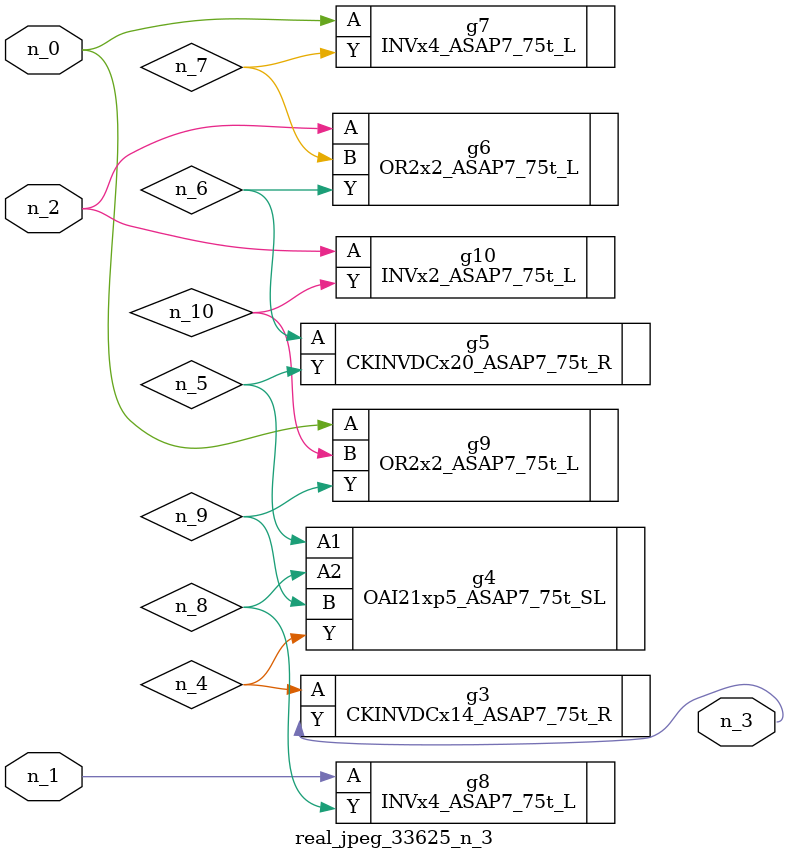
<source format=v>
module real_jpeg_33625_n_3 (n_1, n_0, n_2, n_3);

input n_1;
input n_0;
input n_2;

output n_3;

wire n_5;
wire n_4;
wire n_8;
wire n_6;
wire n_7;
wire n_10;
wire n_9;

INVx4_ASAP7_75t_L g7 ( 
.A(n_0),
.Y(n_7)
);

OR2x2_ASAP7_75t_L g9 ( 
.A(n_0),
.B(n_10),
.Y(n_9)
);

INVx4_ASAP7_75t_L g8 ( 
.A(n_1),
.Y(n_8)
);

OR2x2_ASAP7_75t_L g6 ( 
.A(n_2),
.B(n_7),
.Y(n_6)
);

INVx2_ASAP7_75t_L g10 ( 
.A(n_2),
.Y(n_10)
);

CKINVDCx14_ASAP7_75t_R g3 ( 
.A(n_4),
.Y(n_3)
);

OAI21xp5_ASAP7_75t_SL g4 ( 
.A1(n_5),
.A2(n_8),
.B(n_9),
.Y(n_4)
);

CKINVDCx20_ASAP7_75t_R g5 ( 
.A(n_6),
.Y(n_5)
);


endmodule
</source>
